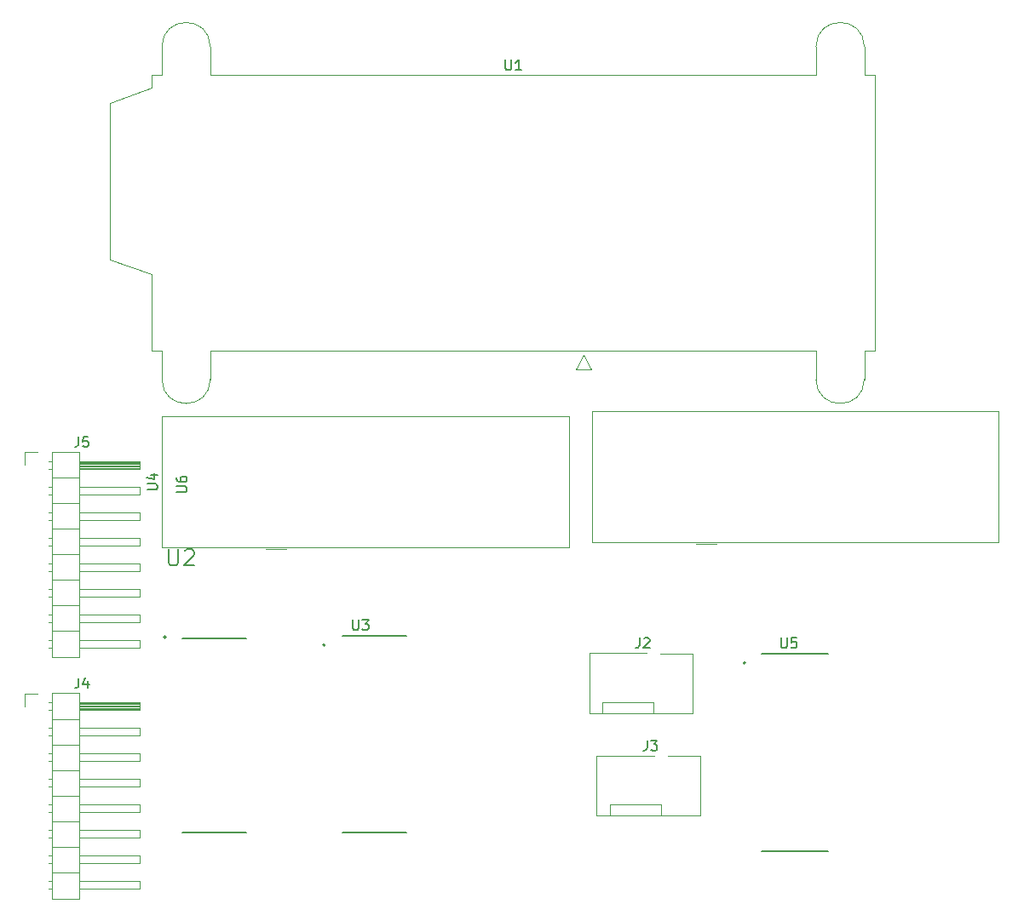
<source format=gbr>
%TF.GenerationSoftware,KiCad,Pcbnew,(6.0.7)*%
%TF.CreationDate,2022-10-31T18:54:20-05:00*%
%TF.ProjectId,senior_design,73656e69-6f72-45f6-9465-7369676e2e6b,rev?*%
%TF.SameCoordinates,Original*%
%TF.FileFunction,Legend,Top*%
%TF.FilePolarity,Positive*%
%FSLAX46Y46*%
G04 Gerber Fmt 4.6, Leading zero omitted, Abs format (unit mm)*
G04 Created by KiCad (PCBNEW (6.0.7)) date 2022-10-31 18:54:20*
%MOMM*%
%LPD*%
G01*
G04 APERTURE LIST*
%ADD10C,0.150000*%
%ADD11C,0.127000*%
%ADD12C,0.200000*%
%ADD13C,0.120000*%
G04 APERTURE END LIST*
D10*
%TO.C,U3*%
X78670595Y-88947380D02*
X78670595Y-89756904D01*
X78718214Y-89852142D01*
X78765833Y-89899761D01*
X78861071Y-89947380D01*
X79051547Y-89947380D01*
X79146785Y-89899761D01*
X79194404Y-89852142D01*
X79242023Y-89756904D01*
X79242023Y-88947380D01*
X79622976Y-88947380D02*
X80242023Y-88947380D01*
X79908690Y-89328333D01*
X80051547Y-89328333D01*
X80146785Y-89375952D01*
X80194404Y-89423571D01*
X80242023Y-89518809D01*
X80242023Y-89756904D01*
X80194404Y-89852142D01*
X80146785Y-89899761D01*
X80051547Y-89947380D01*
X79765833Y-89947380D01*
X79670595Y-89899761D01*
X79622976Y-89852142D01*
%TO.C,J5*%
X51422666Y-70715380D02*
X51422666Y-71429666D01*
X51375047Y-71572523D01*
X51279809Y-71667761D01*
X51136952Y-71715380D01*
X51041714Y-71715380D01*
X52375047Y-70715380D02*
X51898857Y-70715380D01*
X51851238Y-71191571D01*
X51898857Y-71143952D01*
X51994095Y-71096333D01*
X52232190Y-71096333D01*
X52327428Y-71143952D01*
X52375047Y-71191571D01*
X52422666Y-71286809D01*
X52422666Y-71524904D01*
X52375047Y-71620142D01*
X52327428Y-71667761D01*
X52232190Y-71715380D01*
X51994095Y-71715380D01*
X51898857Y-71667761D01*
X51851238Y-71620142D01*
%TO.C,U6*%
X61174380Y-76232404D02*
X61983904Y-76232404D01*
X62079142Y-76184785D01*
X62126761Y-76137166D01*
X62174380Y-76041928D01*
X62174380Y-75851452D01*
X62126761Y-75756214D01*
X62079142Y-75708595D01*
X61983904Y-75660976D01*
X61174380Y-75660976D01*
X61174380Y-74756214D02*
X61174380Y-74946690D01*
X61222000Y-75041928D01*
X61269619Y-75089547D01*
X61412476Y-75184785D01*
X61602952Y-75232404D01*
X61983904Y-75232404D01*
X62079142Y-75184785D01*
X62126761Y-75137166D01*
X62174380Y-75041928D01*
X62174380Y-74851452D01*
X62126761Y-74756214D01*
X62079142Y-74708595D01*
X61983904Y-74660976D01*
X61745809Y-74660976D01*
X61650571Y-74708595D01*
X61602952Y-74756214D01*
X61555333Y-74851452D01*
X61555333Y-75041928D01*
X61602952Y-75137166D01*
X61650571Y-75184785D01*
X61745809Y-75232404D01*
%TO.C,J2*%
X107181666Y-90725380D02*
X107181666Y-91439666D01*
X107134047Y-91582523D01*
X107038809Y-91677761D01*
X106895952Y-91725380D01*
X106800714Y-91725380D01*
X107610238Y-90820619D02*
X107657857Y-90773000D01*
X107753095Y-90725380D01*
X107991190Y-90725380D01*
X108086428Y-90773000D01*
X108134047Y-90820619D01*
X108181666Y-90915857D01*
X108181666Y-91011095D01*
X108134047Y-91153952D01*
X107562619Y-91725380D01*
X108181666Y-91725380D01*
%TO.C,U5*%
X121251095Y-90725380D02*
X121251095Y-91534904D01*
X121298714Y-91630142D01*
X121346333Y-91677761D01*
X121441571Y-91725380D01*
X121632047Y-91725380D01*
X121727285Y-91677761D01*
X121774904Y-91630142D01*
X121822523Y-91534904D01*
X121822523Y-90725380D01*
X122774904Y-90725380D02*
X122298714Y-90725380D01*
X122251095Y-91201571D01*
X122298714Y-91153952D01*
X122393952Y-91106333D01*
X122632047Y-91106333D01*
X122727285Y-91153952D01*
X122774904Y-91201571D01*
X122822523Y-91296809D01*
X122822523Y-91534904D01*
X122774904Y-91630142D01*
X122727285Y-91677761D01*
X122632047Y-91725380D01*
X122393952Y-91725380D01*
X122298714Y-91677761D01*
X122251095Y-91630142D01*
%TO.C,J4*%
X51422666Y-94718380D02*
X51422666Y-95432666D01*
X51375047Y-95575523D01*
X51279809Y-95670761D01*
X51136952Y-95718380D01*
X51041714Y-95718380D01*
X52327428Y-95051714D02*
X52327428Y-95718380D01*
X52089333Y-94670761D02*
X51851238Y-95385047D01*
X52470285Y-95385047D01*
%TO.C,U4*%
X58253380Y-75978404D02*
X59062904Y-75978404D01*
X59158142Y-75930785D01*
X59205761Y-75883166D01*
X59253380Y-75787928D01*
X59253380Y-75597452D01*
X59205761Y-75502214D01*
X59158142Y-75454595D01*
X59062904Y-75406976D01*
X58253380Y-75406976D01*
X58586714Y-74502214D02*
X59253380Y-74502214D01*
X58205761Y-74740309D02*
X58920047Y-74978404D01*
X58920047Y-74359357D01*
%TO.C,U1*%
X93853095Y-33234380D02*
X93853095Y-34043904D01*
X93900714Y-34139142D01*
X93948333Y-34186761D01*
X94043571Y-34234380D01*
X94234047Y-34234380D01*
X94329285Y-34186761D01*
X94376904Y-34139142D01*
X94424523Y-34043904D01*
X94424523Y-33234380D01*
X95424523Y-34234380D02*
X94853095Y-34234380D01*
X95138809Y-34234380D02*
X95138809Y-33234380D01*
X95043571Y-33377238D01*
X94948333Y-33472476D01*
X94853095Y-33520095D01*
%TO.C,U2*%
X60374739Y-81901380D02*
X60374739Y-83224703D01*
X60452582Y-83380388D01*
X60530424Y-83458231D01*
X60686109Y-83536073D01*
X60997479Y-83536073D01*
X61153164Y-83458231D01*
X61231007Y-83380388D01*
X61308849Y-83224703D01*
X61308849Y-81901380D01*
X62009432Y-82057066D02*
X62087275Y-81979223D01*
X62242960Y-81901380D01*
X62632172Y-81901380D01*
X62787857Y-81979223D01*
X62865700Y-82057066D01*
X62943542Y-82212751D01*
X62943542Y-82368436D01*
X62865700Y-82601963D01*
X61931590Y-83536073D01*
X62943542Y-83536073D01*
%TO.C,J3*%
X107933666Y-100931380D02*
X107933666Y-101645666D01*
X107886047Y-101788523D01*
X107790809Y-101883761D01*
X107647952Y-101931380D01*
X107552714Y-101931380D01*
X108314619Y-100931380D02*
X108933666Y-100931380D01*
X108600333Y-101312333D01*
X108743190Y-101312333D01*
X108838428Y-101359952D01*
X108886047Y-101407571D01*
X108933666Y-101502809D01*
X108933666Y-101740904D01*
X108886047Y-101836142D01*
X108838428Y-101883761D01*
X108743190Y-101931380D01*
X108457476Y-101931380D01*
X108362238Y-101883761D01*
X108314619Y-101836142D01*
D11*
%TO.C,U3*%
X77682500Y-90555000D02*
X84032500Y-90555000D01*
X77682500Y-110105000D02*
X84032500Y-110105000D01*
D12*
X75922500Y-91440000D02*
G75*
G03*
X75922500Y-91440000I-100000J0D01*
G01*
D13*
%TO.C,J5*%
X48413929Y-83313000D02*
X48811000Y-83313000D01*
X48811000Y-92643000D02*
X51471000Y-92643000D01*
X57471000Y-86613000D02*
X51471000Y-86613000D01*
X51471000Y-80773000D02*
X57471000Y-80773000D01*
X48413929Y-91693000D02*
X48811000Y-91693000D01*
X48413929Y-89153000D02*
X48811000Y-89153000D01*
X48811000Y-84963000D02*
X51471000Y-84963000D01*
X46101000Y-73533000D02*
X46101000Y-72263000D01*
X48413929Y-90933000D02*
X48811000Y-90933000D01*
X51471000Y-78233000D02*
X57471000Y-78233000D01*
X51471000Y-85853000D02*
X57471000Y-85853000D01*
X57471000Y-84073000D02*
X51471000Y-84073000D01*
X51471000Y-90933000D02*
X57471000Y-90933000D01*
X48413929Y-78993000D02*
X48811000Y-78993000D01*
X57471000Y-73153000D02*
X57471000Y-73913000D01*
X48413929Y-78233000D02*
X48811000Y-78233000D01*
X57471000Y-89153000D02*
X51471000Y-89153000D01*
X51471000Y-73333000D02*
X57471000Y-73333000D01*
X48811000Y-90043000D02*
X51471000Y-90043000D01*
X51471000Y-73693000D02*
X57471000Y-73693000D01*
X51471000Y-73813000D02*
X57471000Y-73813000D01*
X48413929Y-85853000D02*
X48811000Y-85853000D01*
X57471000Y-73913000D02*
X51471000Y-73913000D01*
X51471000Y-73573000D02*
X57471000Y-73573000D01*
X51471000Y-92643000D02*
X51471000Y-72203000D01*
X48413929Y-80773000D02*
X48811000Y-80773000D01*
X57471000Y-81533000D02*
X51471000Y-81533000D01*
X48413929Y-84073000D02*
X48811000Y-84073000D01*
X57471000Y-91693000D02*
X51471000Y-91693000D01*
X51471000Y-73453000D02*
X57471000Y-73453000D01*
X48811000Y-82423000D02*
X51471000Y-82423000D01*
X48413929Y-81533000D02*
X48811000Y-81533000D01*
X48413929Y-76453000D02*
X48811000Y-76453000D01*
X48481000Y-73913000D02*
X48811000Y-73913000D01*
X48413929Y-88393000D02*
X48811000Y-88393000D01*
X48811000Y-87503000D02*
X51471000Y-87503000D01*
X51471000Y-73153000D02*
X57471000Y-73153000D01*
X57471000Y-85853000D02*
X57471000Y-86613000D01*
X48481000Y-73153000D02*
X48811000Y-73153000D01*
X57471000Y-78233000D02*
X57471000Y-78993000D01*
X57471000Y-75693000D02*
X57471000Y-76453000D01*
X51471000Y-83313000D02*
X57471000Y-83313000D01*
X46101000Y-72263000D02*
X47371000Y-72263000D01*
X51471000Y-88393000D02*
X57471000Y-88393000D01*
X57471000Y-76453000D02*
X51471000Y-76453000D01*
X48413929Y-75693000D02*
X48811000Y-75693000D01*
X51471000Y-72203000D02*
X48811000Y-72203000D01*
X48811000Y-72203000D02*
X48811000Y-92643000D01*
X57471000Y-83313000D02*
X57471000Y-84073000D01*
X48413929Y-86613000D02*
X48811000Y-86613000D01*
X57471000Y-80773000D02*
X57471000Y-81533000D01*
X57471000Y-78993000D02*
X51471000Y-78993000D01*
X57471000Y-88393000D02*
X57471000Y-89153000D01*
X57471000Y-90933000D02*
X57471000Y-91693000D01*
X48811000Y-79883000D02*
X51471000Y-79883000D01*
X51471000Y-75693000D02*
X57471000Y-75693000D01*
X51471000Y-73213000D02*
X57471000Y-73213000D01*
X48811000Y-77343000D02*
X51471000Y-77343000D01*
X48811000Y-74803000D02*
X51471000Y-74803000D01*
%TO.C,U6*%
X142882000Y-81186000D02*
X142882000Y-68166000D01*
X102482000Y-68166000D02*
X142882000Y-68166000D01*
X102482000Y-81186000D02*
X102482000Y-68166000D01*
X112792000Y-81356000D02*
X114792000Y-81356000D01*
X102482000Y-81186000D02*
X142882000Y-81186000D01*
%TO.C,J2*%
X109265000Y-92273000D02*
X112465000Y-92273000D01*
X102165000Y-98223000D02*
X102165000Y-92223000D01*
X108595000Y-97113000D02*
X108595000Y-98123000D01*
X103515000Y-97113000D02*
X108595000Y-97113000D01*
X103515000Y-98123000D02*
X103515000Y-97113000D01*
X112465000Y-92273000D02*
X112465000Y-98223000D01*
X112465000Y-98223000D02*
X102165000Y-98223000D01*
X102165000Y-92223000D02*
X107915000Y-92223000D01*
D11*
%TO.C,U5*%
X119338000Y-111953000D02*
X125938000Y-111953000D01*
X119338000Y-92263000D02*
X125938000Y-92263000D01*
D12*
X117703000Y-93218000D02*
G75*
G03*
X117703000Y-93218000I-100000J0D01*
G01*
D13*
%TO.C,J4*%
X48811000Y-106426000D02*
X51471000Y-106426000D01*
X57471000Y-112396000D02*
X57471000Y-113156000D01*
X51471000Y-109856000D02*
X57471000Y-109856000D01*
X48811000Y-108966000D02*
X51471000Y-108966000D01*
X48413929Y-112396000D02*
X48811000Y-112396000D01*
X48413929Y-110616000D02*
X48811000Y-110616000D01*
X48413929Y-107316000D02*
X48811000Y-107316000D01*
X48811000Y-114046000D02*
X51471000Y-114046000D01*
X48413929Y-102996000D02*
X48811000Y-102996000D01*
X48811000Y-103886000D02*
X51471000Y-103886000D01*
X57471000Y-108076000D02*
X51471000Y-108076000D01*
X57471000Y-105536000D02*
X51471000Y-105536000D01*
X48413929Y-114936000D02*
X48811000Y-114936000D01*
X57471000Y-107316000D02*
X57471000Y-108076000D01*
X48413929Y-108076000D02*
X48811000Y-108076000D01*
X57471000Y-100456000D02*
X51471000Y-100456000D01*
X51471000Y-97816000D02*
X57471000Y-97816000D01*
X48481000Y-97916000D02*
X48811000Y-97916000D01*
X51471000Y-97696000D02*
X57471000Y-97696000D01*
X48413929Y-115696000D02*
X48811000Y-115696000D01*
X57471000Y-97916000D02*
X51471000Y-97916000D01*
X48811000Y-98806000D02*
X51471000Y-98806000D01*
X57471000Y-113156000D02*
X51471000Y-113156000D01*
X48811000Y-111506000D02*
X51471000Y-111506000D01*
X57471000Y-115696000D02*
X51471000Y-115696000D01*
X46101000Y-96266000D02*
X47371000Y-96266000D01*
X48413929Y-105536000D02*
X48811000Y-105536000D01*
X51471000Y-96206000D02*
X48811000Y-96206000D01*
X48481000Y-97156000D02*
X48811000Y-97156000D01*
X51471000Y-112396000D02*
X57471000Y-112396000D01*
X51471000Y-104776000D02*
X57471000Y-104776000D01*
X57471000Y-102996000D02*
X51471000Y-102996000D01*
X57471000Y-114936000D02*
X57471000Y-115696000D01*
X48413929Y-99696000D02*
X48811000Y-99696000D01*
X48413929Y-104776000D02*
X48811000Y-104776000D01*
X46101000Y-97536000D02*
X46101000Y-96266000D01*
X51471000Y-97156000D02*
X57471000Y-97156000D01*
X48413929Y-100456000D02*
X48811000Y-100456000D01*
X57471000Y-110616000D02*
X51471000Y-110616000D01*
X48413929Y-109856000D02*
X48811000Y-109856000D01*
X57471000Y-97156000D02*
X57471000Y-97916000D01*
X51471000Y-99696000D02*
X57471000Y-99696000D01*
X48413929Y-113156000D02*
X48811000Y-113156000D01*
X48811000Y-96206000D02*
X48811000Y-116646000D01*
X51471000Y-107316000D02*
X57471000Y-107316000D01*
X48811000Y-116646000D02*
X51471000Y-116646000D01*
X51471000Y-97216000D02*
X57471000Y-97216000D01*
X51471000Y-116646000D02*
X51471000Y-96206000D01*
X57471000Y-109856000D02*
X57471000Y-110616000D01*
X51471000Y-114936000D02*
X57471000Y-114936000D01*
X51471000Y-97456000D02*
X57471000Y-97456000D01*
X48811000Y-101346000D02*
X51471000Y-101346000D01*
X51471000Y-97336000D02*
X57471000Y-97336000D01*
X51471000Y-102236000D02*
X57471000Y-102236000D01*
X57471000Y-99696000D02*
X57471000Y-100456000D01*
X57471000Y-104776000D02*
X57471000Y-105536000D01*
X57471000Y-102236000D02*
X57471000Y-102996000D01*
X51471000Y-97576000D02*
X57471000Y-97576000D01*
X48413929Y-102236000D02*
X48811000Y-102236000D01*
%TO.C,U4*%
X59741000Y-81726500D02*
X100141000Y-81726500D01*
X70051000Y-81896500D02*
X72051000Y-81896500D01*
X59741000Y-81726500D02*
X59741000Y-68706500D01*
X100141000Y-81726500D02*
X100141000Y-68706500D01*
X59741000Y-68706500D02*
X100141000Y-68706500D01*
%TO.C,U1*%
X101615000Y-62612000D02*
X102415000Y-64012000D01*
X64515000Y-65012000D02*
X64515000Y-62162000D01*
X58665000Y-36012000D02*
X54565000Y-37512000D01*
X58665000Y-54512000D02*
X58665000Y-62162000D01*
X124715000Y-34762000D02*
X64515000Y-34762000D01*
X59715000Y-34762000D02*
X58665000Y-34762000D01*
X54565000Y-37512000D02*
X54565000Y-53112000D01*
X100815000Y-64012000D02*
X101615000Y-62612000D01*
X129515000Y-62162000D02*
X130565000Y-62162000D01*
X59715000Y-31912000D02*
X59715000Y-34762000D01*
X129515000Y-34762000D02*
X129515000Y-31912000D01*
X124715000Y-62162000D02*
X124715000Y-65012000D01*
X100815000Y-64012000D02*
X102415000Y-64012000D01*
X64515000Y-62162000D02*
X124715000Y-62162000D01*
X59715000Y-62162000D02*
X59715000Y-65012000D01*
X58665000Y-62162000D02*
X59715000Y-62162000D01*
X130565000Y-62162000D02*
X130565000Y-34762000D01*
X64515000Y-34762000D02*
X64515000Y-31912000D01*
X58665000Y-34762000D02*
X58665000Y-36012000D01*
X54565000Y-53112000D02*
X58665000Y-54512000D01*
X124715000Y-31912000D02*
X124715000Y-34762000D01*
X129515000Y-65012000D02*
X129515000Y-62162000D01*
X130565000Y-34762000D02*
X129515000Y-34762000D01*
X64515000Y-31912000D02*
G75*
G03*
X59715000Y-31912000I-2400000J0D01*
G01*
X129515000Y-31912000D02*
G75*
G03*
X124715000Y-31912000I-2400000J0D01*
G01*
X59715000Y-65012000D02*
G75*
G03*
X64515000Y-65012000I2400000J0D01*
G01*
X124715000Y-65012000D02*
G75*
G03*
X129515000Y-65012000I2400000J0D01*
G01*
D11*
%TO.C,U2*%
X61697000Y-90807000D02*
X68097000Y-90807000D01*
X68097000Y-110107000D02*
X61697000Y-110107000D01*
D12*
X60097000Y-90657000D02*
G75*
G03*
X60097000Y-90657000I-100000J0D01*
G01*
D13*
%TO.C,J3*%
X104267000Y-107319000D02*
X109347000Y-107319000D01*
X102917000Y-108429000D02*
X102917000Y-102429000D01*
X113217000Y-108429000D02*
X102917000Y-108429000D01*
X109347000Y-107319000D02*
X109347000Y-108329000D01*
X102917000Y-102429000D02*
X108667000Y-102429000D01*
X113217000Y-102479000D02*
X113217000Y-108429000D01*
X104267000Y-108329000D02*
X104267000Y-107319000D01*
X110017000Y-102479000D02*
X113217000Y-102479000D01*
%TD*%
M02*

</source>
